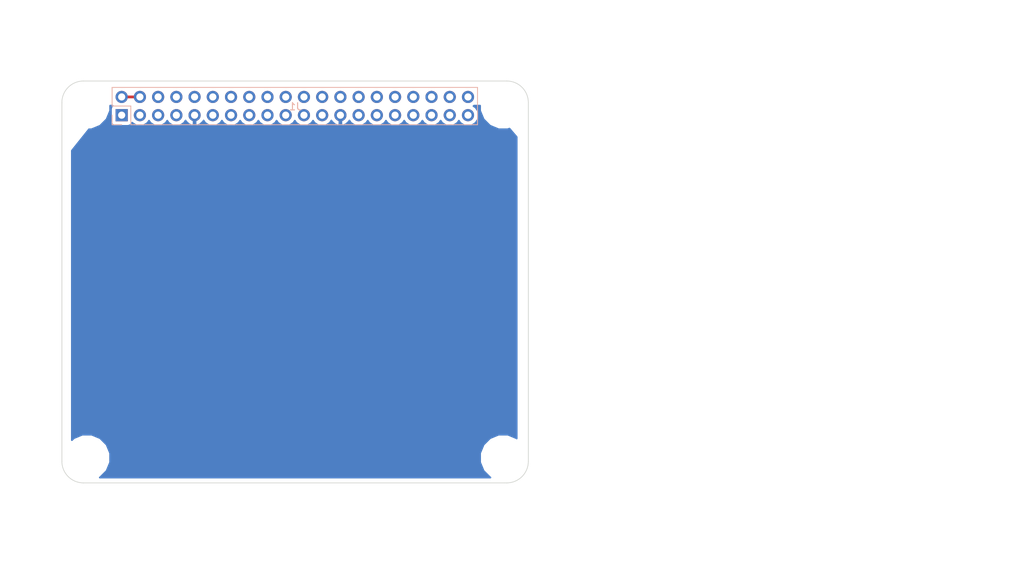
<source format=kicad_pcb>
(kicad_pcb (version 20171130) (host pcbnew 5.0.2-bee76a0~70~ubuntu16.04.1)

  (general
    (thickness 1.6)
    (drawings 16)
    (tracks 1)
    (zones 0)
    (modules 5)
    (nets 3)
  )

  (page A4)
  (layers
    (0 F.Cu signal)
    (31 B.Cu signal)
    (32 B.Adhes user)
    (33 F.Adhes user)
    (34 B.Paste user)
    (35 F.Paste user)
    (36 B.SilkS user)
    (37 F.SilkS user)
    (38 B.Mask user)
    (39 F.Mask user)
    (40 Dwgs.User user)
    (41 Cmts.User user)
    (42 Eco1.User user)
    (43 Eco2.User user)
    (44 Edge.Cuts user)
    (45 Margin user)
    (46 B.CrtYd user)
    (47 F.CrtYd user)
    (48 B.Fab user)
    (49 F.Fab user)
  )

  (setup
    (last_trace_width 0.381)
    (user_trace_width 0.01)
    (user_trace_width 0.02)
    (user_trace_width 0.05)
    (user_trace_width 0.1)
    (user_trace_width 0.2)
    (trace_clearance 0.2)
    (zone_clearance 0.508)
    (zone_45_only no)
    (trace_min 0.01)
    (segment_width 0.2)
    (edge_width 0.1)
    (via_size 0.6)
    (via_drill 0.4)
    (via_min_size 0.4)
    (via_min_drill 0.3)
    (uvia_size 0.3)
    (uvia_drill 0.1)
    (uvias_allowed no)
    (uvia_min_size 0.2)
    (uvia_min_drill 0.1)
    (pcb_text_width 0.3)
    (pcb_text_size 1.5 1.5)
    (mod_edge_width 0.15)
    (mod_text_size 1 1)
    (mod_text_width 0.15)
    (pad_size 2.75 2.75)
    (pad_drill 2.75)
    (pad_to_mask_clearance 0)
    (solder_mask_min_width 0.25)
    (aux_axis_origin 0 0)
    (visible_elements 7FFFFFFF)
    (pcbplotparams
      (layerselection 0x010fc_ffffffff)
      (usegerberextensions false)
      (usegerberattributes true)
      (usegerberadvancedattributes false)
      (creategerberjobfile false)
      (excludeedgelayer false)
      (linewidth 0.100000)
      (plotframeref false)
      (viasonmask false)
      (mode 1)
      (useauxorigin false)
      (hpglpennumber 1)
      (hpglpenspeed 20)
      (hpglpendiameter 15.000000)
      (psnegative false)
      (psa4output false)
      (plotreference true)
      (plotvalue true)
      (plotinvisibletext false)
      (padsonsilk true)
      (subtractmaskfromsilk false)
      (outputformat 1)
      (mirror false)
      (drillshape 0)
      (scaleselection 1)
      (outputdirectory "gerber"))
  )

  (net 0 "")
  (net 1 GND)
  (net 2 +5V)

  (net_class Default "This is the default net class."
    (clearance 0.2)
    (trace_width 0.381)
    (via_dia 0.6)
    (via_drill 0.4)
    (uvia_dia 0.3)
    (uvia_drill 0.1)
    (add_net +5V)
  )

  (net_class Power ""
    (clearance 0.2)
    (trace_width 0.508)
    (via_dia 0.6)
    (via_drill 0.4)
    (uvia_dia 0.3)
    (uvia_drill 0.1)
    (add_net GND)
  )

  (module RPi_Hat:RPi_Hat_Mounting_Hole locked (layer F.Cu) (tedit 55217C7B) (tstamp 5515DEA9)
    (at 171.99 64.452)
    (descr "Mounting hole, Befestigungsbohrung, 2,7mm, No Annular, Kein Restring,")
    (tags "Mounting hole, Befestigungsbohrung, 2,7mm, No Annular, Kein Restring,")
    (fp_text reference "" (at 0 -4.0005) (layer F.SilkS) hide
      (effects (font (size 1 1) (thickness 0.15)))
    )
    (fp_text value "" (at 0.09906 3.59918) (layer F.Fab) hide
      (effects (font (size 1 1) (thickness 0.15)))
    )
    (fp_circle (center 0 0) (end 1.375 0) (layer F.Fab) (width 0.15))
    (fp_circle (center 0 0) (end 3.1 0) (layer F.Fab) (width 0.15))
    (fp_circle (center 0 0) (end 3.1 0) (layer B.Fab) (width 0.15))
    (fp_circle (center 0 0) (end 1.375 0) (layer B.Fab) (width 0.15))
    (fp_circle (center 0 0) (end 3.1 0) (layer F.CrtYd) (width 0.15))
    (fp_circle (center 0 0) (end 3.1 0) (layer B.CrtYd) (width 0.15))
    (pad "" np_thru_hole circle (at 0 0) (size 2.75 2.75) (drill 2.75) (layers *.Cu *.Mask)
      (solder_mask_margin 1.725) (clearance 1.725))
  )

  (module RPi_Hat:RPi_Hat_Mounting_Hole locked (layer F.Cu) (tedit 55217CCB) (tstamp 55169DC9)
    (at 171.99 113.452)
    (descr "Mounting hole, Befestigungsbohrung, 2,7mm, No Annular, Kein Restring,")
    (tags "Mounting hole, Befestigungsbohrung, 2,7mm, No Annular, Kein Restring,")
    (fp_text reference "" (at 0 -4.0005) (layer F.SilkS) hide
      (effects (font (size 1 1) (thickness 0.15)))
    )
    (fp_text value "" (at 0.09906 3.59918) (layer F.Fab) hide
      (effects (font (size 1 1) (thickness 0.15)))
    )
    (fp_circle (center 0 0) (end 1.375 0) (layer F.Fab) (width 0.15))
    (fp_circle (center 0 0) (end 3.1 0) (layer F.Fab) (width 0.15))
    (fp_circle (center 0 0) (end 3.1 0) (layer B.Fab) (width 0.15))
    (fp_circle (center 0 0) (end 1.375 0) (layer B.Fab) (width 0.15))
    (fp_circle (center 0 0) (end 3.1 0) (layer F.CrtYd) (width 0.15))
    (fp_circle (center 0 0) (end 3.1 0) (layer B.CrtYd) (width 0.15))
    (pad "" np_thru_hole circle (at 0 0) (size 2.75 2.75) (drill 2.75) (layers *.Cu *.Mask)
      (solder_mask_margin 1.725) (clearance 1.725))
  )

  (module RPi_Hat:RPi_Hat_Mounting_Hole locked (layer F.Cu) (tedit 55217CB9) (tstamp 5515DECC)
    (at 113.99 113.452)
    (descr "Mounting hole, Befestigungsbohrung, 2,7mm, No Annular, Kein Restring,")
    (tags "Mounting hole, Befestigungsbohrung, 2,7mm, No Annular, Kein Restring,")
    (fp_text reference "" (at 0 -4.0005) (layer F.SilkS) hide
      (effects (font (size 1 1) (thickness 0.15)))
    )
    (fp_text value "" (at 0.09906 3.59918) (layer F.Fab) hide
      (effects (font (size 1 1) (thickness 0.15)))
    )
    (fp_circle (center 0 0) (end 1.375 0) (layer F.Fab) (width 0.15))
    (fp_circle (center 0 0) (end 3.1 0) (layer F.Fab) (width 0.15))
    (fp_circle (center 0 0) (end 3.1 0) (layer B.Fab) (width 0.15))
    (fp_circle (center 0 0) (end 1.375 0) (layer B.Fab) (width 0.15))
    (fp_circle (center 0 0) (end 3.1 0) (layer F.CrtYd) (width 0.15))
    (fp_circle (center 0 0) (end 3.1 0) (layer B.CrtYd) (width 0.15))
    (pad "" np_thru_hole circle (at 0 0) (size 2.75 2.75) (drill 2.75) (layers *.Cu *.Mask)
      (solder_mask_margin 1.725) (clearance 1.725))
  )

  (module RPi_Hat:RPi_Hat_Mounting_Hole locked (layer F.Cu) (tedit 55217CA2) (tstamp 5515DEBF)
    (at 113.99 64.452)
    (descr "Mounting hole, Befestigungsbohrung, 2,7mm, No Annular, Kein Restring,")
    (tags "Mounting hole, Befestigungsbohrung, 2,7mm, No Annular, Kein Restring,")
    (fp_text reference "" (at 0 -4.0005) (layer F.SilkS) hide
      (effects (font (size 1 1) (thickness 0.15)))
    )
    (fp_text value "" (at 0.09906 3.59918) (layer F.Fab) hide
      (effects (font (size 1 1) (thickness 0.15)))
    )
    (fp_circle (center 0 0) (end 1.375 0) (layer F.Fab) (width 0.15))
    (fp_circle (center 0 0) (end 3.1 0) (layer F.Fab) (width 0.15))
    (fp_circle (center 0 0) (end 3.1 0) (layer B.Fab) (width 0.15))
    (fp_circle (center 0 0) (end 1.375 0) (layer B.Fab) (width 0.15))
    (fp_circle (center 0 0) (end 3.1 0) (layer F.CrtYd) (width 0.15))
    (fp_circle (center 0 0) (end 3.1 0) (layer B.CrtYd) (width 0.15))
    (pad "" np_thru_hole circle (at 0 0) (size 2.75 2.75) (drill 2.75) (layers *.Cu *.Mask)
      (solder_mask_margin 1.725) (clearance 1.725))
  )

  (module Connector_PinSocket_2.54mm:PinSocket_2x20_P2.54mm_Vertical (layer B.Cu) (tedit 5A19A433) (tstamp 5F4E96F8)
    (at 118.8212 65.7098 270)
    (descr "Through hole straight socket strip, 2x20, 2.54mm pitch, double cols (from Kicad 4.0.7), script generated")
    (tags "Through hole socket strip THT 2x20 2.54mm double row")
    (path /5C3DC065)
    (fp_text reference J1 (at -1.1938 -24.1808) (layer B.SilkS)
      (effects (font (size 1 1) (thickness 0.15)) (justify mirror))
    )
    (fp_text value RPi_GPIO (at -1.27 -51.03 270) (layer B.Fab)
      (effects (font (size 1 1) (thickness 0.15)) (justify mirror))
    )
    (fp_line (start -3.81 1.27) (end 0.27 1.27) (layer B.Fab) (width 0.1))
    (fp_line (start 0.27 1.27) (end 1.27 0.27) (layer B.Fab) (width 0.1))
    (fp_line (start 1.27 0.27) (end 1.27 -49.53) (layer B.Fab) (width 0.1))
    (fp_line (start 1.27 -49.53) (end -3.81 -49.53) (layer B.Fab) (width 0.1))
    (fp_line (start -3.81 -49.53) (end -3.81 1.27) (layer B.Fab) (width 0.1))
    (fp_line (start -3.87 1.33) (end -1.27 1.33) (layer B.SilkS) (width 0.12))
    (fp_line (start -3.87 1.33) (end -3.87 -49.59) (layer B.SilkS) (width 0.12))
    (fp_line (start -3.87 -49.59) (end 1.33 -49.59) (layer B.SilkS) (width 0.12))
    (fp_line (start 1.33 -1.27) (end 1.33 -49.59) (layer B.SilkS) (width 0.12))
    (fp_line (start -1.27 -1.27) (end 1.33 -1.27) (layer B.SilkS) (width 0.12))
    (fp_line (start -1.27 1.33) (end -1.27 -1.27) (layer B.SilkS) (width 0.12))
    (fp_line (start 1.33 1.33) (end 1.33 0) (layer B.SilkS) (width 0.12))
    (fp_line (start 0 1.33) (end 1.33 1.33) (layer B.SilkS) (width 0.12))
    (fp_line (start -4.34 1.8) (end 1.76 1.8) (layer B.CrtYd) (width 0.05))
    (fp_line (start 1.76 1.8) (end 1.76 -50) (layer B.CrtYd) (width 0.05))
    (fp_line (start 1.76 -50) (end -4.34 -50) (layer B.CrtYd) (width 0.05))
    (fp_line (start -4.34 -50) (end -4.34 1.8) (layer B.CrtYd) (width 0.05))
    (fp_text user %R (at -1.27 -24.13 180) (layer B.Fab)
      (effects (font (size 1 1) (thickness 0.15)) (justify mirror))
    )
    (pad 1 thru_hole rect (at 0 0 270) (size 1.7 1.7) (drill 1) (layers *.Cu *.Mask))
    (pad 2 thru_hole oval (at -2.54 0 270) (size 1.7 1.7) (drill 1) (layers *.Cu *.Mask)
      (net 2 +5V))
    (pad 3 thru_hole oval (at 0 -2.54 270) (size 1.7 1.7) (drill 1) (layers *.Cu *.Mask))
    (pad 4 thru_hole oval (at -2.54 -2.54 270) (size 1.7 1.7) (drill 1) (layers *.Cu *.Mask)
      (net 2 +5V))
    (pad 5 thru_hole oval (at 0 -5.08 270) (size 1.7 1.7) (drill 1) (layers *.Cu *.Mask))
    (pad 6 thru_hole oval (at -2.54 -5.08 270) (size 1.7 1.7) (drill 1) (layers *.Cu *.Mask))
    (pad 7 thru_hole oval (at 0 -7.62 270) (size 1.7 1.7) (drill 1) (layers *.Cu *.Mask))
    (pad 8 thru_hole oval (at -2.54 -7.62 270) (size 1.7 1.7) (drill 1) (layers *.Cu *.Mask))
    (pad 9 thru_hole oval (at 0 -10.16 270) (size 1.7 1.7) (drill 1) (layers *.Cu *.Mask)
      (net 1 GND))
    (pad 10 thru_hole oval (at -2.54 -10.16 270) (size 1.7 1.7) (drill 1) (layers *.Cu *.Mask))
    (pad 11 thru_hole oval (at 0 -12.7 270) (size 1.7 1.7) (drill 1) (layers *.Cu *.Mask))
    (pad 12 thru_hole oval (at -2.54 -12.7 270) (size 1.7 1.7) (drill 1) (layers *.Cu *.Mask))
    (pad 13 thru_hole oval (at 0 -15.24 270) (size 1.7 1.7) (drill 1) (layers *.Cu *.Mask))
    (pad 14 thru_hole oval (at -2.54 -15.24 270) (size 1.7 1.7) (drill 1) (layers *.Cu *.Mask))
    (pad 15 thru_hole oval (at 0 -17.78 270) (size 1.7 1.7) (drill 1) (layers *.Cu *.Mask))
    (pad 16 thru_hole oval (at -2.54 -17.78 270) (size 1.7 1.7) (drill 1) (layers *.Cu *.Mask))
    (pad 17 thru_hole oval (at 0 -20.32 270) (size 1.7 1.7) (drill 1) (layers *.Cu *.Mask))
    (pad 18 thru_hole oval (at -2.54 -20.32 270) (size 1.7 1.7) (drill 1) (layers *.Cu *.Mask))
    (pad 19 thru_hole oval (at 0 -22.86 270) (size 1.7 1.7) (drill 1) (layers *.Cu *.Mask))
    (pad 20 thru_hole oval (at -2.54 -22.86 270) (size 1.7 1.7) (drill 1) (layers *.Cu *.Mask))
    (pad 21 thru_hole oval (at 0 -25.4 270) (size 1.7 1.7) (drill 1) (layers *.Cu *.Mask))
    (pad 22 thru_hole oval (at -2.54 -25.4 270) (size 1.7 1.7) (drill 1) (layers *.Cu *.Mask))
    (pad 23 thru_hole oval (at 0 -27.94 270) (size 1.7 1.7) (drill 1) (layers *.Cu *.Mask))
    (pad 24 thru_hole oval (at -2.54 -27.94 270) (size 1.7 1.7) (drill 1) (layers *.Cu *.Mask))
    (pad 25 thru_hole oval (at 0 -30.48 270) (size 1.7 1.7) (drill 1) (layers *.Cu *.Mask)
      (net 1 GND))
    (pad 26 thru_hole oval (at -2.54 -30.48 270) (size 1.7 1.7) (drill 1) (layers *.Cu *.Mask))
    (pad 27 thru_hole oval (at 0 -33.02 270) (size 1.7 1.7) (drill 1) (layers *.Cu *.Mask))
    (pad 28 thru_hole oval (at -2.54 -33.02 270) (size 1.7 1.7) (drill 1) (layers *.Cu *.Mask))
    (pad 29 thru_hole oval (at 0 -35.56 270) (size 1.7 1.7) (drill 1) (layers *.Cu *.Mask))
    (pad 30 thru_hole oval (at -2.54 -35.56 270) (size 1.7 1.7) (drill 1) (layers *.Cu *.Mask))
    (pad 31 thru_hole oval (at 0 -38.1 270) (size 1.7 1.7) (drill 1) (layers *.Cu *.Mask))
    (pad 32 thru_hole oval (at -2.54 -38.1 270) (size 1.7 1.7) (drill 1) (layers *.Cu *.Mask))
    (pad 33 thru_hole oval (at 0 -40.64 270) (size 1.7 1.7) (drill 1) (layers *.Cu *.Mask))
    (pad 34 thru_hole oval (at -2.54 -40.64 270) (size 1.7 1.7) (drill 1) (layers *.Cu *.Mask))
    (pad 35 thru_hole oval (at 0 -43.18 270) (size 1.7 1.7) (drill 1) (layers *.Cu *.Mask))
    (pad 36 thru_hole oval (at -2.54 -43.18 270) (size 1.7 1.7) (drill 1) (layers *.Cu *.Mask))
    (pad 37 thru_hole oval (at 0 -45.72 270) (size 1.7 1.7) (drill 1) (layers *.Cu *.Mask))
    (pad 38 thru_hole oval (at -2.54 -45.72 270) (size 1.7 1.7) (drill 1) (layers *.Cu *.Mask))
    (pad 39 thru_hole oval (at 0 -48.26 270) (size 1.7 1.7) (drill 1) (layers *.Cu *.Mask))
    (pad 40 thru_hole oval (at -2.54 -48.26 270) (size 1.7 1.7) (drill 1) (layers *.Cu *.Mask))
    (model ${KISYS3DMOD}/Connector_PinSocket_2.54mm.3dshapes/PinSocket_2x20_P2.54mm_Vertical.wrl
      (at (xyz 0 0 0))
      (scale (xyz 1 1 1))
      (rotate (xyz 0 0 0))
    )
  )

  (gr_text "Select one of these board edges depending \nupon the type of socket that is used." (at 192.99 60.952) (layer Cmts.User)
    (effects (font (size 1.5 1.5) (thickness 0.15)) (justify left))
  )
  (gr_text "Dimensions taken from\nhttps://github.com/raspberrypi/hats/blob/master/hat-board-mechanical.pdf" (at 146.99 127.452) (layer Cmts.User)
    (effects (font (size 1.5 1.5) (thickness 0.15) italic))
  )
  (dimension 56 (width 0.15) (layer Dwgs.User)
    (gr_text "56 mm (Thru-hole socket J2)" (at 185.84 88.952 270) (layer Dwgs.User)
      (effects (font (size 1.5 1.5) (thickness 0.15)))
    )
    (feature1 (pts (xy 176.49 116.952) (xy 187.19 116.952)))
    (feature2 (pts (xy 176.49 60.952) (xy 187.19 60.952)))
    (crossbar (pts (xy 184.49 60.952) (xy 184.49 116.952)))
    (arrow1a (pts (xy 184.49 116.952) (xy 183.903579 115.825496)))
    (arrow1b (pts (xy 184.49 116.952) (xy 185.076421 115.825496)))
    (arrow2a (pts (xy 184.49 60.952) (xy 183.903579 62.078504)))
    (arrow2b (pts (xy 184.49 60.952) (xy 185.076421 62.078504)))
  )
  (gr_arc (start 172.49 63.952) (end 172.49 60.952) (angle 90) (layer Edge.Cuts) (width 0.1) (tstamp 5516A74C))
  (gr_line (start 113.49 60.952) (end 172.49 60.952) (angle 90) (layer Edge.Cuts) (width 0.1) (tstamp 5516A726))
  (gr_arc (start 113.49 63.952) (end 110.49 63.952) (angle 90) (layer Edge.Cuts) (width 0.1) (tstamp 5516A6F0))
  (dimension 3.5 (width 0.15) (layer Dwgs.User)
    (gr_text "3.5 mm" (at 118.99 120.452) (layer Dwgs.User)
      (effects (font (size 1.5 1.5) (thickness 0.15)))
    )
    (feature1 (pts (xy 113.99 117.952) (xy 113.99 123.152)))
    (feature2 (pts (xy 110.49 117.952) (xy 110.49 123.152)))
    (crossbar (pts (xy 110.49 120.452) (xy 113.99 120.452)))
    (arrow1a (pts (xy 113.99 120.452) (xy 112.863496 121.038421)))
    (arrow1b (pts (xy 113.99 120.452) (xy 112.863496 119.865579)))
    (arrow2a (pts (xy 110.49 120.452) (xy 111.616504 121.038421)))
    (arrow2b (pts (xy 110.49 120.452) (xy 111.616504 119.865579)))
  )
  (dimension 49 (width 0.15) (layer Dwgs.User)
    (gr_text "49 mm" (at 180.839999 88.952 270) (layer Dwgs.User)
      (effects (font (size 1.5 1.5) (thickness 0.15)))
    )
    (feature1 (pts (xy 176.49 113.452) (xy 182.189999 113.452)))
    (feature2 (pts (xy 176.49 64.452) (xy 182.189999 64.452)))
    (crossbar (pts (xy 179.489999 64.452) (xy 179.489999 113.452)))
    (arrow1a (pts (xy 179.489999 113.452) (xy 178.903578 112.325496)))
    (arrow1b (pts (xy 179.489999 113.452) (xy 180.07642 112.325496)))
    (arrow2a (pts (xy 179.489999 64.452) (xy 178.903578 65.578504)))
    (arrow2b (pts (xy 179.489999 64.452) (xy 180.07642 65.578504)))
  )
  (dimension 58 (width 0.15) (layer Dwgs.User)
    (gr_text "58 mm" (at 142.99 55.602) (layer Dwgs.User)
      (effects (font (size 1.5 1.5) (thickness 0.15)))
    )
    (feature1 (pts (xy 171.99 59.452) (xy 171.99 54.252)))
    (feature2 (pts (xy 113.99 59.452) (xy 113.99 54.252)))
    (crossbar (pts (xy 113.99 56.952) (xy 171.99 56.952)))
    (arrow1a (pts (xy 171.99 56.952) (xy 170.863496 57.538421)))
    (arrow1b (pts (xy 171.99 56.952) (xy 170.863496 56.365579)))
    (arrow2a (pts (xy 113.99 56.952) (xy 115.116504 57.538421)))
    (arrow2b (pts (xy 113.99 56.952) (xy 115.116504 56.365579)))
  )
  (dimension 65 (width 0.15) (layer Dwgs.User)
    (gr_text "65 mm" (at 142.99 51.102) (layer Dwgs.User)
      (effects (font (size 1.5 1.5) (thickness 0.15)))
    )
    (feature1 (pts (xy 175.49 59.452) (xy 175.49 49.752)))
    (feature2 (pts (xy 110.49 59.452) (xy 110.49 49.752)))
    (crossbar (pts (xy 110.49 52.452) (xy 175.49 52.452)))
    (arrow1a (pts (xy 175.49 52.452) (xy 174.363496 53.038421)))
    (arrow1b (pts (xy 175.49 52.452) (xy 174.363496 51.865579)))
    (arrow2a (pts (xy 110.49 52.452) (xy 111.616504 53.038421)))
    (arrow2b (pts (xy 110.49 52.452) (xy 111.616504 51.865579)))
  )
  (gr_text "Camera Flex Slot\n(Optional)" (at 155.24 120.702) (layer Cmts.User) (tstamp 55169D99)
    (effects (font (size 1.5 1.5) (thickness 0.15)))
  )
  (gr_arc (start 172.49 113.952) (end 175.49 113.952) (angle 90) (layer Edge.Cuts) (width 0.1) (tstamp 55157FFB))
  (gr_arc (start 113.49 113.952) (end 113.49 116.952) (angle 90) (layer Edge.Cuts) (width 0.1) (tstamp 55157FCE))
  (gr_line (start 110.49 63.952) (end 110.49 113.952) (layer Edge.Cuts) (width 0.1))
  (gr_line (start 113.49 116.952) (end 172.49 116.952) (angle 90) (layer Edge.Cuts) (width 0.1))
  (gr_line (start 175.49 63.952) (end 175.49 113.952) (angle 90) (layer Edge.Cuts) (width 0.1))

  (segment (start 118.8212 63.1698) (end 121.3612 63.1698) (width 0.381) (layer F.Cu) (net 2))

  (zone (net 1) (net_name GND) (layer B.Cu) (tstamp 5CD80201) (hatch edge 0.508)
    (connect_pads (clearance 0.508))
    (min_thickness 0.254)
    (fill yes (arc_segments 16) (thermal_gap 0.508) (thermal_bridge_width 0.508))
    (polygon
      (pts
        (xy 116.84 64.262) (xy 111.76 70.612) (xy 111.76 111.252) (xy 115.57 116.332) (xy 173.99 116.332)
        (xy 173.99 68.707) (xy 170.18 64.262)
      )
    )
    (filled_polygon
      (pts
        (xy 117.513391 64.401991) (xy 117.373043 64.612035) (xy 117.32376 64.8598) (xy 117.32376 66.5598) (xy 117.373043 66.807565)
        (xy 117.513391 67.017609) (xy 117.723435 67.157957) (xy 117.9712 67.20724) (xy 119.6712 67.20724) (xy 119.918965 67.157957)
        (xy 120.129009 67.017609) (xy 120.269357 66.807565) (xy 120.278384 66.762181) (xy 120.290575 66.780425) (xy 120.781782 67.108639)
        (xy 121.214944 67.1948) (xy 121.507456 67.1948) (xy 121.940618 67.108639) (xy 122.431825 66.780425) (xy 122.6312 66.482039)
        (xy 122.830575 66.780425) (xy 123.321782 67.108639) (xy 123.754944 67.1948) (xy 124.047456 67.1948) (xy 124.480618 67.108639)
        (xy 124.971825 66.780425) (xy 125.1712 66.482039) (xy 125.370575 66.780425) (xy 125.861782 67.108639) (xy 126.294944 67.1948)
        (xy 126.587456 67.1948) (xy 127.020618 67.108639) (xy 127.511825 66.780425) (xy 127.725043 66.461322) (xy 127.786017 66.591158)
        (xy 128.214276 66.981445) (xy 128.62431 67.151276) (xy 128.8542 67.029955) (xy 128.8542 65.8368) (xy 128.8342 65.8368)
        (xy 128.8342 65.5828) (xy 128.8542 65.5828) (xy 128.8542 65.5628) (xy 129.1082 65.5628) (xy 129.1082 65.5828)
        (xy 129.1282 65.5828) (xy 129.1282 65.8368) (xy 129.1082 65.8368) (xy 129.1082 67.029955) (xy 129.33809 67.151276)
        (xy 129.748124 66.981445) (xy 130.176383 66.591158) (xy 130.237357 66.461322) (xy 130.450575 66.780425) (xy 130.941782 67.108639)
        (xy 131.374944 67.1948) (xy 131.667456 67.1948) (xy 132.100618 67.108639) (xy 132.591825 66.780425) (xy 132.7912 66.482039)
        (xy 132.990575 66.780425) (xy 133.481782 67.108639) (xy 133.914944 67.1948) (xy 134.207456 67.1948) (xy 134.640618 67.108639)
        (xy 135.131825 66.780425) (xy 135.3312 66.482039) (xy 135.530575 66.780425) (xy 136.021782 67.108639) (xy 136.454944 67.1948)
        (xy 136.747456 67.1948) (xy 137.180618 67.108639) (xy 137.671825 66.780425) (xy 137.8712 66.482039) (xy 138.070575 66.780425)
        (xy 138.561782 67.108639) (xy 138.994944 67.1948) (xy 139.287456 67.1948) (xy 139.720618 67.108639) (xy 140.211825 66.780425)
        (xy 140.4112 66.482039) (xy 140.610575 66.780425) (xy 141.101782 67.108639) (xy 141.534944 67.1948) (xy 141.827456 67.1948)
        (xy 142.260618 67.108639) (xy 142.751825 66.780425) (xy 142.9512 66.482039) (xy 143.150575 66.780425) (xy 143.641782 67.108639)
        (xy 144.074944 67.1948) (xy 144.367456 67.1948) (xy 144.800618 67.108639) (xy 145.291825 66.780425) (xy 145.4912 66.482039)
        (xy 145.690575 66.780425) (xy 146.181782 67.108639) (xy 146.614944 67.1948) (xy 146.907456 67.1948) (xy 147.340618 67.108639)
        (xy 147.831825 66.780425) (xy 148.045043 66.461322) (xy 148.106017 66.591158) (xy 148.534276 66.981445) (xy 148.94431 67.151276)
        (xy 149.1742 67.029955) (xy 149.1742 65.8368) (xy 149.1542 65.8368) (xy 149.1542 65.5828) (xy 149.1742 65.5828)
        (xy 149.1742 65.5628) (xy 149.4282 65.5628) (xy 149.4282 65.5828) (xy 149.4482 65.5828) (xy 149.4482 65.8368)
        (xy 149.4282 65.8368) (xy 149.4282 67.029955) (xy 149.65809 67.151276) (xy 150.068124 66.981445) (xy 150.496383 66.591158)
        (xy 150.557357 66.461322) (xy 150.770575 66.780425) (xy 151.261782 67.108639) (xy 151.694944 67.1948) (xy 151.987456 67.1948)
        (xy 152.420618 67.108639) (xy 152.911825 66.780425) (xy 153.1112 66.482039) (xy 153.310575 66.780425) (xy 153.801782 67.108639)
        (xy 154.234944 67.1948) (xy 154.527456 67.1948) (xy 154.960618 67.108639) (xy 155.451825 66.780425) (xy 155.6512 66.482039)
        (xy 155.850575 66.780425) (xy 156.341782 67.108639) (xy 156.774944 67.1948) (xy 157.067456 67.1948) (xy 157.500618 67.108639)
        (xy 157.991825 66.780425) (xy 158.1912 66.482039) (xy 158.390575 66.780425) (xy 158.881782 67.108639) (xy 159.314944 67.1948)
        (xy 159.607456 67.1948) (xy 160.040618 67.108639) (xy 160.531825 66.780425) (xy 160.7312 66.482039) (xy 160.930575 66.780425)
        (xy 161.421782 67.108639) (xy 161.854944 67.1948) (xy 162.147456 67.1948) (xy 162.580618 67.108639) (xy 163.071825 66.780425)
        (xy 163.2712 66.482039) (xy 163.470575 66.780425) (xy 163.961782 67.108639) (xy 164.394944 67.1948) (xy 164.687456 67.1948)
        (xy 165.120618 67.108639) (xy 165.611825 66.780425) (xy 165.8112 66.482039) (xy 166.010575 66.780425) (xy 166.501782 67.108639)
        (xy 166.934944 67.1948) (xy 167.227456 67.1948) (xy 167.660618 67.108639) (xy 168.151825 66.780425) (xy 168.480039 66.289218)
        (xy 168.595292 65.7098) (xy 168.480039 65.130382) (xy 168.151825 64.639175) (xy 167.853439 64.4398) (xy 167.929467 64.389)
        (xy 168.763 64.389) (xy 168.763 65.09389) (xy 169.254281 66.279949) (xy 170.162051 67.187719) (xy 171.34811 67.679)
        (xy 172.63189 67.679) (xy 172.860442 67.584331) (xy 173.863 68.753981) (xy 173.863 110.761332) (xy 173.817949 110.716281)
        (xy 172.63189 110.225) (xy 171.34811 110.225) (xy 170.162051 110.716281) (xy 169.254281 111.624051) (xy 168.763 112.81011)
        (xy 168.763 114.09389) (xy 169.254281 115.279949) (xy 170.162051 116.187719) (xy 170.203771 116.205) (xy 115.776229 116.205)
        (xy 115.817949 116.187719) (xy 116.725719 115.279949) (xy 117.217 114.09389) (xy 117.217 112.81011) (xy 116.725719 111.624051)
        (xy 115.817949 110.716281) (xy 114.63189 110.225) (xy 113.34811 110.225) (xy 112.162051 110.716281) (xy 111.887 110.991332)
        (xy 111.887 70.656549) (xy 114.269039 67.679) (xy 114.63189 67.679) (xy 115.817949 67.187719) (xy 116.725719 66.279949)
        (xy 117.217 65.09389) (xy 117.217 64.389) (xy 117.532833 64.389)
      )
    )
  )
)

</source>
